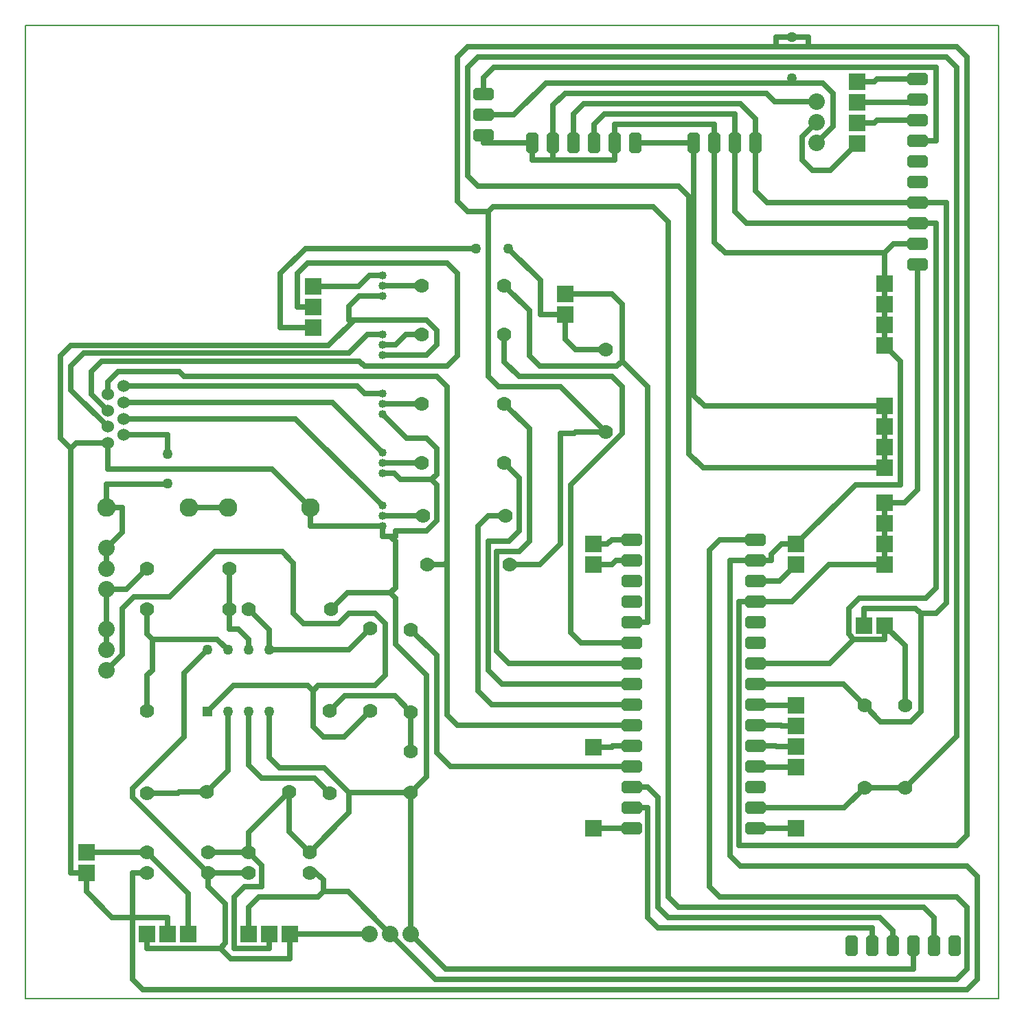
<source format=gbr>
G04 PROTEUS GERBER X2 FILE*
%TF.GenerationSoftware,Labcenter,Proteus,8.8-SP1-Build27031*%
%TF.CreationDate,2021-08-02T14:58:59+00:00*%
%TF.FileFunction,Copper,L2,Bot*%
%TF.FilePolarity,Positive*%
%TF.Part,Single*%
%TF.SameCoordinates,{c3ce3005-f07b-4d42-96ea-8d11783d6a5d}*%
%FSLAX45Y45*%
%MOMM*%
G01*
%TA.AperFunction,Conductor*%
%ADD10C,0.635000*%
%TA.AperFunction,ViaPad*%
%ADD11C,1.270000*%
%AMDIL002*
4,1,8,
-1.270000,0.457200,-0.965200,0.762000,0.965200,0.762000,1.270000,0.457200,1.270000,-0.457200,
0.965200,-0.762000,-0.965200,-0.762000,-1.270000,-0.457200,-1.270000,0.457200,
0*%
%TA.AperFunction,ComponentPad*%
%ADD12DIL002*%
%AMDIL003*
4,1,8,
-0.762000,0.965200,-0.457200,1.270000,0.457200,1.270000,0.762000,0.965200,0.762000,-0.965200,
0.457200,-1.270000,-0.457200,-1.270000,-0.762000,-0.965200,-0.762000,0.965200,
0*%
%TA.AperFunction,ComponentPad*%
%ADD13DIL003*%
%TA.AperFunction,ComponentPad*%
%ADD14R,2.032000X2.032000*%
%TA.AperFunction,ComponentPad*%
%ADD15C,2.032000*%
%TA.AperFunction,ComponentPad*%
%ADD16C,1.778000*%
%TA.AperFunction,ComponentPad*%
%ADD17R,1.270000X1.270000*%
%ADD18C,1.270000*%
%TA.AperFunction,ComponentPad*%
%ADD19C,2.286000*%
%TA.AperFunction,ComponentPad*%
%ADD70C,1.524000*%
%TA.AperFunction,ComponentPad*%
%ADD20C,1.016000*%
%TA.AperFunction,Profile*%
%ADD21C,0.203200*%
%TD.AperFunction*%
D10*
X-9000000Y+2484000D02*
X-9183000Y+2667000D01*
X-9842500Y+2667000D01*
X-10004000Y+2828500D01*
X-10004000Y+3488000D01*
X-10516000Y+2500000D02*
X-10258000Y+2758000D01*
X-10258000Y+3488000D01*
X-10516000Y+2500000D02*
X-10858500Y+2500000D01*
X-10874500Y+2484000D01*
X-11250000Y+2484000D01*
X-9207500Y+3746500D02*
X-9144000Y+3810000D01*
X-8445500Y+3810000D01*
X-8318500Y+3937000D01*
X-8318500Y+4572000D01*
X-8445500Y+4699000D01*
X-8763000Y+4699000D01*
X-8890000Y+4572000D01*
X-9321897Y+4572000D01*
X-9448897Y+4699000D01*
X-9448897Y+5321397D01*
X-9588500Y+5461000D01*
X-10414000Y+5461000D01*
X-10973425Y+4901575D01*
X-11417925Y+4901575D01*
X-11557000Y+4762500D01*
X-11557000Y+4189000D01*
X-11750000Y+3996000D01*
X-9207500Y+3746500D02*
X-9271000Y+3810000D01*
X-10190000Y+3810000D01*
X-10512000Y+3488000D01*
X-9207500Y+3746500D02*
X-9207500Y+3302000D01*
X-9080500Y+3175000D01*
X-8825000Y+3175000D01*
X-8500000Y+3500000D01*
X-9750000Y+4250000D02*
X-8766000Y+4250000D01*
X-8500000Y+4516000D01*
X-9750000Y+4250000D02*
X-9750000Y+4500000D01*
X-10000000Y+4750000D01*
X-10234000Y+4750000D02*
X-10234000Y+4508500D01*
X-10131000Y+4508500D01*
X-10004000Y+4381500D01*
X-10004000Y+4250000D01*
X-10234000Y+4750000D02*
X-10234000Y+5250000D01*
X-11186499Y+4381500D02*
X-10389500Y+4381500D01*
X-10258000Y+4250000D01*
X-11186499Y+4381500D02*
X-11186499Y+4000500D01*
X-11250000Y+3936999D01*
X-11250000Y+3500000D01*
X-11186499Y+4381500D02*
X-11250000Y+4445001D01*
X-11250000Y+4750000D01*
X-8000000Y+3484000D02*
X-8199000Y+3683000D01*
X-8817000Y+3683000D01*
X-9000000Y+3500000D01*
X-8000000Y+3484000D02*
X-8000000Y+3000000D01*
X-11750000Y+4996000D02*
X-11504000Y+4996000D01*
X-11250000Y+5250000D01*
X-11750000Y+4504000D02*
X-11750000Y+4996000D01*
X-11750000Y+4504000D02*
X-11750000Y+4250000D01*
X-7100000Y+11100000D02*
X-7100000Y+11303000D01*
X-6973000Y+11430000D01*
X-1524000Y+11430000D01*
X-1524000Y+10524000D01*
X-1750000Y+10524000D01*
X-10250000Y+6000000D02*
X-10734000Y+6000000D01*
X-3250000Y+2050000D02*
X-3555999Y+2050000D01*
X-3556000Y+2049999D01*
X-3750000Y+2049999D01*
X-3750000Y+2050000D01*
X-3250000Y+2800000D02*
X-3750000Y+2800000D01*
X-3750000Y+2812000D01*
X-3750000Y+3066000D02*
X-3504500Y+3066000D01*
X-3492500Y+3054000D01*
X-3250000Y+3054000D01*
X-3750000Y+3320000D02*
X-3441000Y+3320000D01*
X-3429000Y+3308000D01*
X-3250000Y+3308000D01*
X-3250000Y+3562000D02*
X-3750000Y+3562000D01*
X-3750000Y+3574000D01*
X-3750000Y+5098000D02*
X-3452000Y+5098000D01*
X-3250000Y+5300000D01*
X-5274000Y+2050000D02*
X-5524499Y+2050000D01*
X-5524500Y+2049999D01*
X-5750000Y+2049999D01*
X-5750000Y+2050000D01*
X-5274000Y+3066000D02*
X-5508500Y+3066000D01*
X-5524500Y+3050000D01*
X-5750000Y+3050000D01*
X-5274000Y+5352000D02*
X-5472500Y+5352000D01*
X-5524500Y+5300000D01*
X-5750000Y+5300000D01*
X-5750000Y+5554000D02*
X-5576500Y+5554000D01*
X-5524500Y+5606000D01*
X-5274000Y+5606000D01*
X-6096000Y+8382000D02*
X-6096000Y+8082000D01*
X-5969000Y+7955000D01*
X-5600000Y+7955000D01*
X-9200000Y+8727000D02*
X-8645000Y+8727000D01*
X-8509000Y+8863000D01*
X-8346000Y+8863000D01*
X-8346000Y+8736000D02*
X-7862000Y+8736000D01*
X-7850000Y+5900000D02*
X-8350000Y+5900000D01*
X-7866000Y+6555000D02*
X-8350000Y+6555000D01*
X-8346000Y+7282000D02*
X-7862000Y+7282000D01*
X-7862000Y+8136000D02*
X-8064500Y+8136000D01*
X-8191500Y+8009000D01*
X-8346000Y+8009000D01*
X-2500000Y+10488000D02*
X-2828000Y+10160000D01*
X-3048000Y+10160000D01*
X-3175000Y+10287000D01*
X-3175000Y+10575000D01*
X-3000000Y+10750000D01*
X-2159000Y+6492000D02*
X-4396500Y+6492000D01*
X-4572000Y+6667500D01*
X-4572000Y+9842500D01*
X-4699000Y+9969500D01*
X-7175500Y+9969500D01*
X-7302500Y+10096500D01*
X-7302500Y+11430000D01*
X-7175500Y+11557000D01*
X-1397000Y+11557000D01*
X-1270000Y+11430000D01*
X-1270000Y+3189000D01*
X-1909000Y+2550000D01*
X-4512000Y+10500000D02*
X-4512000Y+7384500D01*
X-4381500Y+7254000D01*
X-2159000Y+7254000D01*
X-2409000Y+2550000D02*
X-2655000Y+2304000D01*
X-3750000Y+2304000D01*
X-4512000Y+10500000D02*
X-4826000Y+10500000D01*
X-4826001Y+10499999D01*
X-5230000Y+10499999D01*
X-5230000Y+10500000D01*
X-2409000Y+2550000D02*
X-1909000Y+2550000D01*
X-2159000Y+6746000D02*
X-2159000Y+7000000D01*
X-2159000Y+7254000D01*
X-2159000Y+6492000D02*
X-2159000Y+6746000D01*
X-5600000Y+6939000D02*
X-6154000Y+7493000D01*
X-6921500Y+7493000D01*
X-7048500Y+7620000D01*
X-7048500Y+9649728D01*
X-6985000Y+9713228D01*
X-5014228Y+9713228D01*
X-4826000Y+9525000D01*
X-4826000Y+1206500D01*
X-4699000Y+1079500D01*
X-1681000Y+1079500D01*
X-1554000Y+952500D01*
X-1554000Y+600000D01*
X-6413500Y+5300000D02*
X-6784000Y+5300000D01*
X-2159000Y+6062000D02*
X-1911000Y+6062000D01*
X-1750000Y+6223000D01*
X-1750000Y+9000000D01*
X-3750000Y+4844000D02*
X-3302000Y+4844000D01*
X-2846000Y+5300000D01*
X-2159000Y+5300000D01*
X-5600000Y+6939000D02*
X-5969000Y+6939000D01*
X-5986500Y+6921500D01*
X-6159500Y+6921500D01*
X-6159500Y+5554000D01*
X-6413500Y+5300000D01*
X-2159000Y+5554000D02*
X-2159000Y+5808000D01*
X-2159000Y+6062000D01*
X-2159000Y+5300000D02*
X-2159000Y+5554000D01*
X-1750000Y+10778000D02*
X-2250000Y+10778000D01*
X-2286000Y+10742000D01*
X-2500000Y+10742000D01*
X-2500000Y+10996000D02*
X-1750000Y+10996000D01*
X-1750000Y+11032000D01*
X-1750000Y+11286000D02*
X-2250000Y+11286000D01*
X-2286000Y+11250000D01*
X-2500000Y+11250000D01*
X-11738500Y+7200000D02*
X-11938000Y+7399500D01*
X-11938000Y+7683500D01*
X-11811000Y+7810500D01*
X-8636000Y+7810500D01*
X-8572500Y+7747000D01*
X-7556500Y+7747000D01*
X-7429500Y+7874000D01*
X-7429500Y+8890000D01*
X-7556500Y+9017000D01*
X-9271000Y+9017000D01*
X-9398000Y+8890000D01*
X-9398000Y+8473000D01*
X-9200000Y+8473000D01*
X-7556500Y+5334000D02*
X-7556500Y+7493000D01*
X-7683500Y+7620000D01*
X-10795000Y+7620000D01*
X-10858500Y+7683500D01*
X-11611500Y+7683500D01*
X-11738500Y+7556500D01*
X-11738500Y+7400000D01*
X-7556500Y+5334000D02*
X-7556500Y+3447000D01*
X-7429500Y+3320000D01*
X-5274000Y+3320000D01*
X-7556500Y+5334000D02*
X-7590500Y+5300000D01*
X-7800000Y+5300000D01*
X-11538500Y+7100000D02*
X-9423000Y+7100000D01*
X-8350000Y+6027000D01*
X-11538500Y+7300000D02*
X-8968000Y+7300000D01*
X-8350000Y+6682000D01*
X-11538500Y+7500000D02*
X-8663500Y+7500000D01*
X-8572500Y+7409000D01*
X-8346000Y+7409000D01*
X-11738500Y+7000000D02*
X-12192000Y+7453500D01*
X-12192000Y+7747000D01*
X-12033250Y+7905750D01*
X-8763000Y+7905750D01*
X-8532750Y+8136000D01*
X-8346000Y+8136000D01*
X-6500000Y+10500000D02*
X-6500000Y+10287000D01*
X-6246000Y+10287000D01*
X-5484000Y+10500000D02*
X-5484000Y+10287000D01*
X-6246000Y+10287000D01*
X-9234000Y+6000000D02*
X-9711000Y+6477000D01*
X-11738500Y+6477000D01*
X-12000000Y+1496000D02*
X-12192000Y+1496000D01*
X-12192000Y+6736500D01*
X-8699500Y+8318500D02*
X-9017000Y+8001000D01*
X-12192000Y+8001000D01*
X-12319000Y+7874000D01*
X-12319000Y+6863500D01*
X-12192000Y+6736500D01*
X-6500000Y+10500000D02*
X-7100000Y+10500000D01*
X-7100000Y+10592000D01*
X-11738500Y+6800000D02*
X-12128500Y+6800000D01*
X-12192000Y+6736500D01*
X-11738500Y+6800000D02*
X-11738500Y+6477000D01*
X-11430000Y+952500D02*
X-11682500Y+952500D01*
X-12000000Y+1270000D01*
X-3750000Y+5352000D02*
X-4064000Y+5352000D01*
X-4064000Y+1714500D01*
X-3937000Y+1587500D01*
X-1143000Y+1587500D01*
X-1016000Y+1460500D01*
X-1016000Y+190500D01*
X-1143000Y+63500D01*
X-11303000Y+63500D01*
X-11430000Y+190500D01*
X-11430000Y+952500D01*
X-4258000Y+10500000D02*
X-4258000Y+9274500D01*
X-4127500Y+9144000D01*
X-2159000Y+9144000D01*
X-8763000Y+2492000D02*
X-9065000Y+2794000D01*
X-9623000Y+2794000D01*
X-9750000Y+2921000D01*
X-9750000Y+3488000D01*
X-7747000Y+6350000D02*
X-7683500Y+6413500D01*
X-7683500Y+6731000D01*
X-7810500Y+6858000D01*
X-8049000Y+6858000D01*
X-8346000Y+7155000D01*
X-8000000Y+2492000D02*
X-7810500Y+2681500D01*
X-7810500Y+3937000D01*
X-8191500Y+4318000D01*
X-8191500Y+4889500D01*
X-8255000Y+4953000D01*
X-8350000Y+5773000D02*
X-8350000Y+5651500D01*
X-8255000Y+5651500D01*
X-8191500Y+5715000D02*
X-8191500Y+5651500D01*
X-8255000Y+5651500D01*
X-10000000Y+1754000D02*
X-10000000Y+2000000D01*
X-9500000Y+2500000D01*
X-8699500Y+8318500D02*
X-7810500Y+8318500D01*
X-7683500Y+8191500D01*
X-7683500Y+8009000D01*
X-7810500Y+7882000D01*
X-8346000Y+7882000D01*
X-8255000Y+4953000D02*
X-8781000Y+4953000D01*
X-8984000Y+4750000D01*
X-8255000Y+4953000D02*
X-8191500Y+5016500D01*
X-8191500Y+5588000D01*
X-8255000Y+5651500D01*
X-7747000Y+6350000D02*
X-7683500Y+6286500D01*
X-7683500Y+5842000D01*
X-7810500Y+5715000D01*
X-8191500Y+5715000D01*
X-8699500Y+8318500D02*
X-8763000Y+8318500D01*
X-8763000Y+8482000D01*
X-8636000Y+8609000D01*
X-8346000Y+8609000D01*
X-3750000Y+5352000D02*
X-3556000Y+5352000D01*
X-3556000Y+5427000D01*
X-3429000Y+5554000D01*
X-3250000Y+5554000D01*
X-11430000Y+952500D02*
X-11000000Y+952500D01*
X-11000000Y+750000D01*
X-6246000Y+10500000D02*
X-6246000Y+10287000D01*
X-7747000Y+6350000D02*
X-8128000Y+6350000D01*
X-8206000Y+6428000D01*
X-8350000Y+6428000D01*
X-8000000Y+750000D02*
X-7567500Y+317500D01*
X-1808000Y+317500D01*
X-1808000Y+600000D01*
X-2159000Y+9144000D02*
X-2049000Y+9254000D01*
X-1750000Y+9254000D01*
X-10000000Y+1754000D02*
X-9842500Y+1596500D01*
X-9842500Y+1333500D01*
X-10053425Y+1333500D01*
X-10180425Y+1206500D01*
X-10180425Y+571500D01*
X-9750000Y+571500D01*
X-9750000Y+750000D01*
X-9250000Y+1754000D02*
X-8763000Y+2241000D01*
X-8763000Y+2492000D01*
X-8350000Y+5773000D02*
X-9017000Y+5773000D01*
X-9022500Y+5778500D01*
X-9234000Y+5778500D01*
X-12000000Y+1496000D02*
X-12000000Y+1270000D01*
X-8000000Y+750000D02*
X-8000000Y+2492000D01*
X-5484000Y+10500000D02*
X-5484000Y+10731500D01*
X-4258000Y+10731500D01*
X-4258000Y+10500000D01*
X-8000000Y+2492000D02*
X-8763000Y+2492000D01*
X-11430000Y+1500000D02*
X-11430000Y+952500D01*
X-10000000Y+1754000D02*
X-10500000Y+1754000D01*
X-2159000Y+8762000D02*
X-2159000Y+9144000D01*
X-6246000Y+10500000D02*
X-6246000Y+10962500D01*
X-6096000Y+11112500D01*
X-3619500Y+11112500D01*
X-3511000Y+11004000D01*
X-3000000Y+11004000D01*
X-2159000Y+8254000D02*
X-2159000Y+8508000D01*
X-2159000Y+8762000D01*
X-2159000Y+8000000D02*
X-2159000Y+8254000D01*
X-9250000Y+1754000D02*
X-9500000Y+2004000D01*
X-9500000Y+2500000D01*
X-9234000Y+6000000D02*
X-9234000Y+5778500D01*
X-2159000Y+8000000D02*
X-1968500Y+7809500D01*
X-1968500Y+6286500D01*
X-2517500Y+6286500D01*
X-3250000Y+5554000D01*
X-11430000Y+1500000D02*
X-11250000Y+1500000D01*
X-8000000Y+4500000D02*
X-7683500Y+4183500D01*
X-7683500Y+2984500D01*
X-7511000Y+2812000D01*
X-5274000Y+2812000D01*
X-11250000Y+1754000D02*
X-10746000Y+1250000D01*
X-10746000Y+750000D01*
X-11250000Y+1754000D02*
X-11747500Y+1754000D01*
X-11751500Y+1750000D01*
X-12000000Y+1750000D01*
X-8254000Y+750000D02*
X-7694500Y+190500D01*
X-1270000Y+190500D01*
X-1143000Y+317500D01*
X-1143000Y+1079500D01*
X-1270000Y+1206500D01*
X-4191000Y+1206500D01*
X-4318000Y+1333500D01*
X-4318000Y+5479000D01*
X-4191000Y+5606000D01*
X-3750000Y+5606000D01*
X-9080500Y+1270000D02*
X-9144000Y+1206500D01*
X-9877000Y+1206500D01*
X-10004000Y+1079500D01*
X-10004000Y+750000D01*
X-8254000Y+750000D02*
X-8774000Y+1270000D01*
X-9080500Y+1270000D01*
X-9080500Y+1411100D01*
X-9169400Y+1500000D01*
X-9250000Y+1500000D01*
X-10350500Y+571500D02*
X-11254000Y+571500D01*
X-11254000Y+750000D01*
X-10500000Y+1500000D02*
X-11430000Y+2430000D01*
X-11430000Y+2540000D01*
X-10795000Y+3175000D01*
X-10795000Y+3967000D01*
X-10512000Y+4250000D01*
X-9496000Y+750000D02*
X-8508000Y+750000D01*
X-10500000Y+1500000D02*
X-10500000Y+1333500D01*
X-10287000Y+1120500D01*
X-10287000Y+635000D01*
X-10350500Y+571500D01*
X-9496000Y+750000D02*
X-9496000Y+444500D01*
X-10223500Y+444500D01*
X-10350500Y+571500D01*
X-10223500Y+1500000D02*
X-10160000Y+1500000D01*
X-10287000Y+1500000D02*
X-10223500Y+1500000D01*
X-10500000Y+1500000D02*
X-10287000Y+1500000D01*
X-10160000Y+1500000D02*
X-10000000Y+1500000D01*
X-11750000Y+5504000D02*
X-11557000Y+5697000D01*
X-11557000Y+6000000D01*
X-11750000Y+6000000D01*
X-11750000Y+5504000D02*
X-11750000Y+5250000D01*
X-2316000Y+600000D02*
X-2316000Y+825500D01*
X-4953000Y+825500D01*
X-5080000Y+952500D01*
X-5080000Y+2304000D01*
X-5274000Y+2304000D01*
X-6834000Y+5900000D02*
X-7048500Y+5900000D01*
X-7175500Y+5773000D01*
X-7175500Y+3746500D01*
X-7003000Y+3574000D01*
X-5274000Y+3574000D01*
X-6850000Y+6555000D02*
X-6667500Y+6372500D01*
X-6667500Y+5715000D01*
X-6794500Y+5588000D01*
X-7048500Y+5588000D01*
X-7048500Y+4000500D01*
X-6876000Y+3828000D01*
X-5274000Y+3828000D01*
X-5274000Y+4082000D02*
X-6794500Y+4082000D01*
X-6944825Y+4232325D01*
X-6944825Y+5461000D01*
X-6667500Y+5461000D01*
X-6540500Y+5588000D01*
X-6540500Y+6976500D01*
X-6846000Y+7282000D01*
X-5274000Y+4336000D02*
X-5905500Y+4336000D01*
X-6032500Y+4463000D01*
X-6032500Y+6286500D01*
X-5397500Y+6921500D01*
X-5397500Y+7493000D01*
X-5524500Y+7620000D01*
X-6667500Y+7620000D01*
X-6846000Y+7798500D01*
X-6846000Y+8136000D01*
X-5397500Y+7810500D02*
X-5461000Y+7747000D01*
X-6413500Y+7747000D01*
X-6540500Y+7874000D01*
X-6540500Y+8430500D01*
X-6846000Y+8736000D01*
X-5397500Y+7810500D02*
X-5397500Y+8509000D01*
X-5524500Y+8636000D01*
X-6096000Y+8636000D01*
X-5397500Y+7810500D02*
X-5080000Y+7493000D01*
X-5080000Y+4590000D01*
X-5274000Y+4590000D01*
X-1750000Y+9508000D02*
X-1524000Y+9508000D01*
X-1524000Y+5016500D01*
X-1651000Y+4889500D01*
X-2476500Y+4889500D01*
X-2603500Y+4762500D01*
X-2603500Y+4445000D01*
X-2540000Y+4381500D01*
X-1750000Y+9508000D02*
X-3860000Y+9508000D01*
X-4004000Y+9652000D01*
X-4004000Y+10500000D01*
X-2540000Y+4381500D02*
X-2839500Y+4082000D01*
X-3750000Y+4082000D01*
X-2159000Y+4550000D02*
X-1909000Y+4300000D01*
X-1909000Y+3566000D01*
X-4004000Y+10500000D02*
X-4004000Y+10858500D01*
X-5611000Y+10858500D01*
X-5738000Y+10731500D01*
X-5738000Y+10500000D01*
X-2159000Y+4550000D02*
X-2159000Y+4381500D01*
X-2540000Y+4381500D01*
X-2409000Y+3566000D02*
X-2208500Y+3365500D01*
X-1841500Y+3365500D01*
X-1714500Y+3492500D01*
X-1714500Y+4699000D01*
X-2409000Y+3566000D02*
X-2671000Y+3828000D01*
X-3750000Y+3828000D01*
X-1750000Y+9762000D02*
X-1397000Y+9762000D01*
X-1397000Y+4826000D01*
X-1524000Y+4699000D01*
X-1714500Y+4699000D01*
X-1778000Y+4762500D01*
X-2413000Y+4762500D01*
X-2413000Y+4550000D01*
X-3750000Y+10500000D02*
X-3750000Y+10798500D01*
X-3937000Y+10985500D01*
X-5865000Y+10985500D01*
X-5992000Y+10858500D01*
X-5992000Y+10500000D01*
X-1750000Y+9762000D02*
X-3606000Y+9762000D01*
X-3750000Y+9906000D01*
X-3750000Y+10500000D01*
X-5274000Y+2558000D02*
X-5080000Y+2558000D01*
X-4953000Y+2431000D01*
X-4953000Y+1079500D01*
X-4826000Y+952500D01*
X-2222500Y+952500D01*
X-2062000Y+792000D01*
X-2062000Y+600000D01*
X-11750000Y+6000000D02*
X-11750000Y+6294448D01*
X-11751743Y+6296191D01*
X-11003809Y+6296191D01*
X-11000000Y+6300000D01*
X-11001181Y+6660750D02*
X-11001181Y+6898819D01*
X-11000000Y+6900000D01*
X-11538500Y+6900000D01*
X-9200000Y+8219000D02*
X-9607740Y+8219000D01*
X-9608404Y+8219664D01*
X-9608404Y+8891596D01*
X-9300000Y+9200000D01*
X-7200000Y+9200000D01*
X-6800000Y+9200000D02*
X-6405349Y+8805349D01*
X-6405349Y+8381751D01*
X-6096249Y+8381751D01*
X-6096000Y+8382000D01*
X-7100000Y+10846000D02*
X-6731000Y+10846000D01*
X-6337500Y+11239500D01*
X-3300000Y+11239500D01*
X-2921000Y+11239500D01*
X-2794000Y+11112500D01*
X-2794000Y+10702000D01*
X-3000000Y+10496000D01*
X-3300000Y+11239500D02*
X-3300000Y+11300000D01*
X-3300000Y+11800000D02*
X-3100000Y+11800000D01*
X-3100000Y+11684000D01*
X-3750000Y+4844000D02*
X-3954625Y+4844000D01*
X-3954625Y+1841500D01*
X-1270000Y+1841500D01*
X-1143000Y+1968500D01*
X-1143000Y+11557000D01*
X-1270000Y+11684000D01*
X-3100000Y+11684000D01*
X-3400000Y+11684000D01*
X-3300000Y+11800000D02*
X-3500000Y+11800000D01*
X-3500000Y+11684000D01*
X-3400000Y+11684000D02*
X-3500000Y+11684000D01*
X-7302500Y+11684000D01*
X-7429500Y+11557000D01*
X-7429500Y+9776728D01*
X-7302500Y+9649728D01*
X-7048500Y+9649728D01*
D11*
X-11000000Y+6300000D03*
X-11001181Y+6660750D03*
X-7200000Y+9200000D03*
X-6800000Y+9200000D03*
X-3300000Y+11300000D03*
X-3300000Y+11800000D03*
D12*
X-3750000Y+2050000D03*
X-3750000Y+2304000D03*
X-3750000Y+2558000D03*
X-3750000Y+2812000D03*
X-3750000Y+3066000D03*
X-3750000Y+3320000D03*
X-3750000Y+3574000D03*
X-3750000Y+3828000D03*
X-3750000Y+4082000D03*
X-3750000Y+4336000D03*
X-3750000Y+4590000D03*
X-3750000Y+4844000D03*
X-3750000Y+5098000D03*
X-3750000Y+5352000D03*
X-3750000Y+5606000D03*
X-5274000Y+5606000D03*
X-5274000Y+5352000D03*
X-5274000Y+5098000D03*
X-5274000Y+4844000D03*
X-5274000Y+4590000D03*
X-5274000Y+4336000D03*
X-5274000Y+4082000D03*
X-5274000Y+3828000D03*
X-5274000Y+3574000D03*
X-5274000Y+3320000D03*
X-5274000Y+3066000D03*
X-5274000Y+2812000D03*
X-5274000Y+2558000D03*
X-5274000Y+2304000D03*
X-5274000Y+2050000D03*
X-1750000Y+9000000D03*
X-1750000Y+9254000D03*
X-1750000Y+9508000D03*
X-1750000Y+9762000D03*
X-1750000Y+10016000D03*
X-1750000Y+10270000D03*
X-1750000Y+10524000D03*
X-1750000Y+10778000D03*
X-1750000Y+11032000D03*
X-1750000Y+11286000D03*
D13*
X-6500000Y+10500000D03*
X-6246000Y+10500000D03*
X-5992000Y+10500000D03*
X-5738000Y+10500000D03*
X-5484000Y+10500000D03*
X-5230000Y+10500000D03*
X-3750000Y+10500000D03*
X-4004000Y+10500000D03*
X-4258000Y+10500000D03*
X-4512000Y+10500000D03*
D14*
X-2500000Y+11250000D03*
X-2500000Y+10996000D03*
X-2500000Y+10742000D03*
X-2500000Y+10488000D03*
D15*
X-3000000Y+10496000D03*
X-3000000Y+11004000D03*
X-3000000Y+10750000D03*
D14*
X-2159000Y+5300000D03*
X-2159000Y+5554000D03*
X-2159000Y+5808000D03*
X-2159000Y+6062000D03*
X-2159000Y+6492000D03*
X-2159000Y+6746000D03*
X-2159000Y+7000000D03*
X-2159000Y+7254000D03*
X-2159000Y+8000000D03*
X-2159000Y+8254000D03*
X-2159000Y+8508000D03*
X-2159000Y+8762000D03*
D16*
X-2409000Y+2550000D03*
X-2409000Y+3566000D03*
X-1909000Y+2550000D03*
X-1909000Y+3566000D03*
D14*
X-3250000Y+3562000D03*
X-3250000Y+3308000D03*
X-3250000Y+3054000D03*
X-3250000Y+2800000D03*
D17*
X-10512000Y+3488000D03*
D18*
X-10258000Y+3488000D03*
X-10004000Y+3488000D03*
X-9750000Y+3488000D03*
X-9750000Y+4250000D03*
X-10004000Y+4250000D03*
X-10258000Y+4250000D03*
X-10512000Y+4250000D03*
D14*
X-10746000Y+750000D03*
X-11000000Y+750000D03*
X-11254000Y+750000D03*
X-9496000Y+750000D03*
X-9750000Y+750000D03*
X-10004000Y+750000D03*
D16*
X-10500000Y+1754000D03*
X-10500000Y+1500000D03*
X-10000000Y+1754000D03*
X-10000000Y+1500000D03*
X-11250000Y+1500000D03*
X-11250000Y+1754000D03*
D14*
X-12000000Y+1750000D03*
X-12000000Y+1496000D03*
D16*
X-9250000Y+1754000D03*
X-9250000Y+1500000D03*
D15*
X-8000000Y+750000D03*
X-8254000Y+750000D03*
X-8508000Y+750000D03*
D16*
X-10516000Y+2500000D03*
X-9500000Y+2500000D03*
X-11250000Y+3500000D03*
X-11250000Y+2484000D03*
X-9000000Y+3500000D03*
X-9000000Y+2484000D03*
X-8000000Y+3000000D03*
X-8000000Y+2492000D03*
X-8000000Y+4500000D03*
X-8000000Y+3484000D03*
X-11250000Y+4750000D03*
X-10234000Y+4750000D03*
X-8984000Y+4750000D03*
X-10000000Y+4750000D03*
X-8500000Y+3500000D03*
X-8500000Y+4516000D03*
X-11250000Y+5250000D03*
X-10234000Y+5250000D03*
D15*
X-11750000Y+3996000D03*
X-11750000Y+4504000D03*
X-11750000Y+4250000D03*
X-11750000Y+4996000D03*
X-11750000Y+5504000D03*
X-11750000Y+5250000D03*
D19*
X-9234000Y+6000000D03*
X-10250000Y+6000000D03*
X-11750000Y+6000000D03*
X-10734000Y+6000000D03*
D14*
X-2159000Y+4550000D03*
X-2413000Y+4550000D03*
X-5750000Y+2050000D03*
X-5750000Y+3050000D03*
X-5750000Y+5300000D03*
X-5750000Y+5554000D03*
X-3250000Y+2050000D03*
X-3250000Y+5554000D03*
X-3250000Y+5300000D03*
D70*
X-11738500Y+6800000D03*
X-11538500Y+6900000D03*
X-11538500Y+7100000D03*
X-11538500Y+7300000D03*
X-11538500Y+7500000D03*
X-11738500Y+7000000D03*
X-11738500Y+7200000D03*
X-11738500Y+7400000D03*
D16*
X-6834000Y+5900000D03*
X-7850000Y+5900000D03*
X-6850000Y+6555000D03*
X-7866000Y+6555000D03*
X-6846000Y+7282000D03*
X-7862000Y+7282000D03*
X-6846000Y+8136000D03*
X-7862000Y+8136000D03*
X-6846000Y+8736000D03*
X-7862000Y+8736000D03*
D20*
X-8350000Y+6027000D03*
X-8350000Y+5900000D03*
X-8350000Y+5773000D03*
X-8350000Y+6682000D03*
X-8350000Y+6555000D03*
X-8350000Y+6428000D03*
X-8346000Y+7409000D03*
X-8346000Y+7282000D03*
X-8346000Y+7155000D03*
X-8346000Y+8136000D03*
X-8346000Y+8009000D03*
X-8346000Y+7882000D03*
X-8346000Y+8863000D03*
X-8346000Y+8736000D03*
X-8346000Y+8609000D03*
D14*
X-6096000Y+8636000D03*
X-6096000Y+8382000D03*
D16*
X-5600000Y+7955000D03*
X-5600000Y+6939000D03*
D14*
X-9200000Y+8219000D03*
X-9200000Y+8473000D03*
X-9200000Y+8727000D03*
D16*
X-7800000Y+5300000D03*
X-6784000Y+5300000D03*
D12*
X-7100000Y+11100000D03*
X-7100000Y+10846000D03*
X-7100000Y+10592000D03*
D13*
X-1300000Y+600000D03*
X-1554000Y+600000D03*
X-1808000Y+600000D03*
X-2062000Y+600000D03*
X-2316000Y+600000D03*
X-2570000Y+600000D03*
D21*
X-12754000Y-52000D02*
X-754000Y-52000D01*
X-754000Y+11948000D01*
X-12754000Y+11948000D01*
X-12754000Y-52000D01*
M02*

</source>
